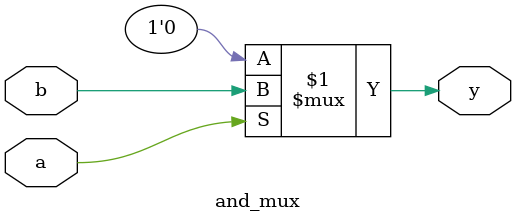
<source format=v>

module and_mux_tree
(
    input  a,
    input  b,
    input  c,
    input  d,
    input  e,
    input  f,
    input  g,
    input  h,
    output y
);

    wire s0, s1, s2, s3;
    wire t0, t1;

    // Stage 1
    and_mux u_and_mux_0 (
        .a(a),
        .b(b),
        .y(s0)
    );

    and_mux u_and_mux_1 (
        .a(c),
        .b(d),
        .y(s1)
    );

    and_mux u_and_mux_2 (
        .a(e),
        .b(f),
        .y(s2)
    );

    and_mux u_and_mux_3 (
        .a(g),
        .b(h),
        .y(s3)
    );

    // Stage 2
    and_mux u_and_mux_4 (
        .a(s0),
        .b(s1),
        .y(t0)
    );

    and_mux u_and_mux_5 (
        .a(s2),
        .b(s3),
        .y(t1)
    );

    // Stage 3
    and_mux u_and_mux_6 (
        .a(t0),
        .b(t1),
        .y(y)
    );

endmodule

module and_mux
(
    input  a,
    input  b,
    output y
);

    // 2‑to‑1 multiplexer implementation of AND:
    //   y = a ? b : 1'b0;
    // The conditional operator (`?:`) is synthesised by Yosys as a MUX cell.
    assign y = a ? b : 1'b0;

endmodule
</source>
